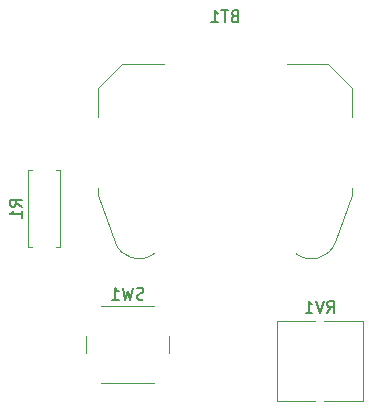
<source format=gbr>
%TF.GenerationSoftware,KiCad,Pcbnew,9.0.2*%
%TF.CreationDate,2025-05-23T21:21:04+05:30*%
%TF.ProjectId,transisted-v2,7472616e-7369-4737-9465-642d76322e6b,rev?*%
%TF.SameCoordinates,Original*%
%TF.FileFunction,Legend,Bot*%
%TF.FilePolarity,Positive*%
%FSLAX46Y46*%
G04 Gerber Fmt 4.6, Leading zero omitted, Abs format (unit mm)*
G04 Created by KiCad (PCBNEW 9.0.2) date 2025-05-23 21:21:04*
%MOMM*%
%LPD*%
G01*
G04 APERTURE LIST*
%ADD10C,0.150000*%
%ADD11C,0.120000*%
G04 APERTURE END LIST*
D10*
X129884819Y-114213333D02*
X129408628Y-113880000D01*
X129884819Y-113641905D02*
X128884819Y-113641905D01*
X128884819Y-113641905D02*
X128884819Y-114022857D01*
X128884819Y-114022857D02*
X128932438Y-114118095D01*
X128932438Y-114118095D02*
X128980057Y-114165714D01*
X128980057Y-114165714D02*
X129075295Y-114213333D01*
X129075295Y-114213333D02*
X129218152Y-114213333D01*
X129218152Y-114213333D02*
X129313390Y-114165714D01*
X129313390Y-114165714D02*
X129361009Y-114118095D01*
X129361009Y-114118095D02*
X129408628Y-114022857D01*
X129408628Y-114022857D02*
X129408628Y-113641905D01*
X129884819Y-115165714D02*
X129884819Y-114594286D01*
X129884819Y-114880000D02*
X128884819Y-114880000D01*
X128884819Y-114880000D02*
X129027676Y-114784762D01*
X129027676Y-114784762D02*
X129122914Y-114689524D01*
X129122914Y-114689524D02*
X129170533Y-114594286D01*
X140193332Y-122037200D02*
X140050475Y-122084819D01*
X140050475Y-122084819D02*
X139812380Y-122084819D01*
X139812380Y-122084819D02*
X139717142Y-122037200D01*
X139717142Y-122037200D02*
X139669523Y-121989580D01*
X139669523Y-121989580D02*
X139621904Y-121894342D01*
X139621904Y-121894342D02*
X139621904Y-121799104D01*
X139621904Y-121799104D02*
X139669523Y-121703866D01*
X139669523Y-121703866D02*
X139717142Y-121656247D01*
X139717142Y-121656247D02*
X139812380Y-121608628D01*
X139812380Y-121608628D02*
X140002856Y-121561009D01*
X140002856Y-121561009D02*
X140098094Y-121513390D01*
X140098094Y-121513390D02*
X140145713Y-121465771D01*
X140145713Y-121465771D02*
X140193332Y-121370533D01*
X140193332Y-121370533D02*
X140193332Y-121275295D01*
X140193332Y-121275295D02*
X140145713Y-121180057D01*
X140145713Y-121180057D02*
X140098094Y-121132438D01*
X140098094Y-121132438D02*
X140002856Y-121084819D01*
X140002856Y-121084819D02*
X139764761Y-121084819D01*
X139764761Y-121084819D02*
X139621904Y-121132438D01*
X139288570Y-121084819D02*
X139050475Y-122084819D01*
X139050475Y-122084819D02*
X138859999Y-121370533D01*
X138859999Y-121370533D02*
X138669523Y-122084819D01*
X138669523Y-122084819D02*
X138431428Y-121084819D01*
X137526666Y-122084819D02*
X138098094Y-122084819D01*
X137812380Y-122084819D02*
X137812380Y-121084819D01*
X137812380Y-121084819D02*
X137907618Y-121227676D01*
X137907618Y-121227676D02*
X138002856Y-121322914D01*
X138002856Y-121322914D02*
X138098094Y-121370533D01*
X147905714Y-98071009D02*
X147762857Y-98118628D01*
X147762857Y-98118628D02*
X147715238Y-98166247D01*
X147715238Y-98166247D02*
X147667619Y-98261485D01*
X147667619Y-98261485D02*
X147667619Y-98404342D01*
X147667619Y-98404342D02*
X147715238Y-98499580D01*
X147715238Y-98499580D02*
X147762857Y-98547200D01*
X147762857Y-98547200D02*
X147858095Y-98594819D01*
X147858095Y-98594819D02*
X148239047Y-98594819D01*
X148239047Y-98594819D02*
X148239047Y-97594819D01*
X148239047Y-97594819D02*
X147905714Y-97594819D01*
X147905714Y-97594819D02*
X147810476Y-97642438D01*
X147810476Y-97642438D02*
X147762857Y-97690057D01*
X147762857Y-97690057D02*
X147715238Y-97785295D01*
X147715238Y-97785295D02*
X147715238Y-97880533D01*
X147715238Y-97880533D02*
X147762857Y-97975771D01*
X147762857Y-97975771D02*
X147810476Y-98023390D01*
X147810476Y-98023390D02*
X147905714Y-98071009D01*
X147905714Y-98071009D02*
X148239047Y-98071009D01*
X147381904Y-97594819D02*
X146810476Y-97594819D01*
X147096190Y-98594819D02*
X147096190Y-97594819D01*
X145953333Y-98594819D02*
X146524761Y-98594819D01*
X146239047Y-98594819D02*
X146239047Y-97594819D01*
X146239047Y-97594819D02*
X146334285Y-97737676D01*
X146334285Y-97737676D02*
X146429523Y-97832914D01*
X146429523Y-97832914D02*
X146524761Y-97880533D01*
X155745238Y-123204819D02*
X156078571Y-122728628D01*
X156316666Y-123204819D02*
X156316666Y-122204819D01*
X156316666Y-122204819D02*
X155935714Y-122204819D01*
X155935714Y-122204819D02*
X155840476Y-122252438D01*
X155840476Y-122252438D02*
X155792857Y-122300057D01*
X155792857Y-122300057D02*
X155745238Y-122395295D01*
X155745238Y-122395295D02*
X155745238Y-122538152D01*
X155745238Y-122538152D02*
X155792857Y-122633390D01*
X155792857Y-122633390D02*
X155840476Y-122681009D01*
X155840476Y-122681009D02*
X155935714Y-122728628D01*
X155935714Y-122728628D02*
X156316666Y-122728628D01*
X155459523Y-122204819D02*
X155126190Y-123204819D01*
X155126190Y-123204819D02*
X154792857Y-122204819D01*
X153935714Y-123204819D02*
X154507142Y-123204819D01*
X154221428Y-123204819D02*
X154221428Y-122204819D01*
X154221428Y-122204819D02*
X154316666Y-122347676D01*
X154316666Y-122347676D02*
X154411904Y-122442914D01*
X154411904Y-122442914D02*
X154507142Y-122490533D01*
D11*
%TO.C,R1*%
X130430000Y-111110000D02*
X130430000Y-117650000D01*
X130430000Y-117650000D02*
X130760000Y-117650000D01*
X130760000Y-111110000D02*
X130430000Y-111110000D01*
X132840000Y-111110000D02*
X133170000Y-111110000D01*
X133170000Y-111110000D02*
X133170000Y-117650000D01*
X133170000Y-117650000D02*
X132840000Y-117650000D01*
%TO.C,SW1*%
X135360000Y-126630000D02*
X135360000Y-125130000D01*
X136610000Y-122630000D02*
X141110000Y-122630000D01*
X141110000Y-129130000D02*
X136610000Y-129130000D01*
X142360000Y-125130000D02*
X142360000Y-126630000D01*
%TO.C,BT1*%
X136340000Y-104180000D02*
X136340000Y-106640000D01*
X136340000Y-112640000D02*
X136340000Y-113270000D01*
X136340000Y-113270000D02*
X137780000Y-117220000D01*
X138420000Y-102100000D02*
X136340000Y-104180000D01*
X138420000Y-102100000D02*
X141920000Y-102100000D01*
X152320000Y-102100000D02*
X155820000Y-102100000D01*
X155820000Y-102100000D02*
X157900000Y-104180000D01*
X157900000Y-104180000D02*
X157900000Y-106640000D01*
X157900000Y-112640000D02*
X157900000Y-113270000D01*
X157900000Y-113270000D02*
X156460000Y-117220000D01*
X141120000Y-118190000D02*
G75*
G02*
X137794757Y-117228169I-1310000J1700000D01*
G01*
X156460000Y-117220000D02*
G75*
G02*
X153123354Y-118206530I-2030000J730001D01*
G01*
%TO.C,RV1*%
X151540000Y-123890000D02*
X151540000Y-130710000D01*
X154708000Y-123890000D02*
X151540000Y-123890000D01*
X154708000Y-130710000D02*
X151540000Y-130710000D01*
X158760000Y-123890000D02*
X155472000Y-123890000D01*
X158760000Y-123890000D02*
X158760000Y-130710000D01*
X158760000Y-130710000D02*
X155472000Y-130710000D01*
%TD*%
M02*

</source>
